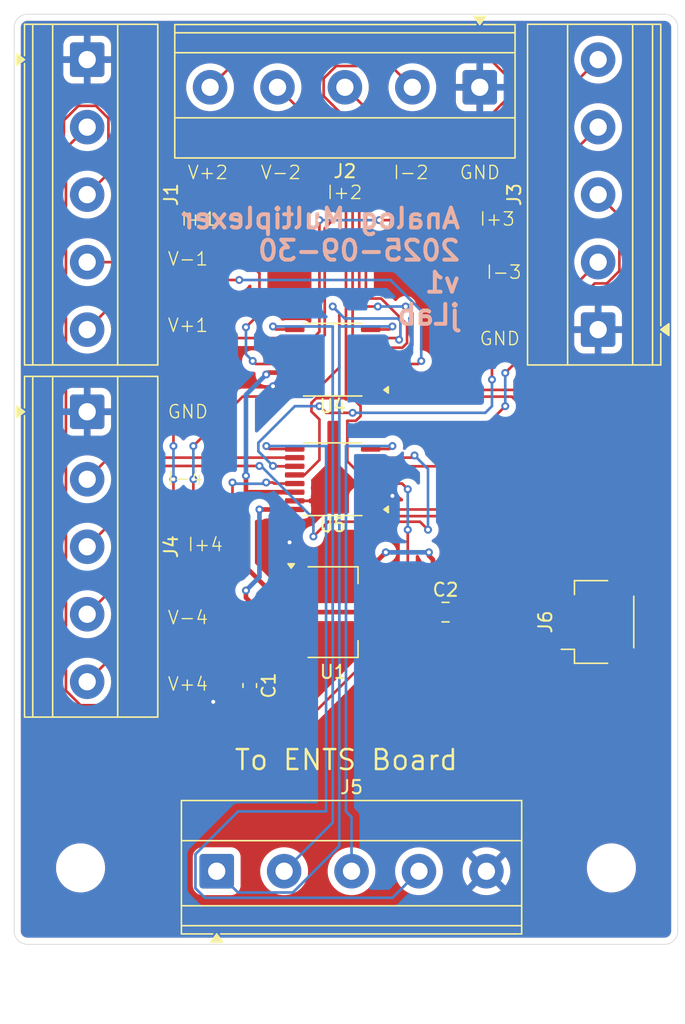
<source format=kicad_pcb>
(kicad_pcb (version 20241229) (generator "pcbnew") (generator_version "9.0")
  (title_block (title "Analog Multiplexer") (date "2025-09-30") (rev "v1") (company "jLab"))
  (layers (0 "F.Cu" signal) (2 "B.Cu" signal) (13 "F.Paste" user) (15 "B.Paste" user) (5 "F.SilkS" user "F.Silkscreen") (7 "B.SilkS" user "B.Silkscreen") (1 "F.Mask" user) (3 "B.Mask" user) (25 "Edge.Cuts" user))
  (net 0 "")
  (net 1 "/I+1")
  (net 2 "/V+1")
  (net 3 "GND")
  (net 4 "/V-1")
  (net 5 "/I-1")
  (net 6 "/V+2")
  (net 7 "/I-2")
  (net 8 "/V-2")
  (net 9 "/I+2")
  (net 10 "/I-3")
  (net 11 "/V-3")
  (net 12 "/V+3")
  (net 13 "/I+3")
  (net 14 "/I+4")
  (net 15 "/V-4")
  (net 16 "/V+4")
  (net 17 "/I-4")
  (net 18 "/V-OUT")
  (net 19 "/I+OUT")
  (net 20 "/V+OUT")
  (net 21 "/I-OUT")
  (net 22 "/SDA-2")
  (net 23 "/SDA-1")
  (net 24 "/SCL-1")
  (net 25 "/SCL-2")
  (net 26 "+3V3")
  (net 27 "VCC")
  (footprint "Package_SO:TSSOP-16_4.4x5mm_P0.65mm" (layer "F.Cu") (at 36 38 180)
    (property "Reference" "U4" (at 0 -3.5 0) (layer "F.SilkS"))
    (property "Value" "ADG729")
    (fp_line (start 0 2.735) (end 2.2 2.735) (stroke (width 0.12)) (layer "F.SilkS"))
    (fp_line (start 0 2.735) (end -2.2 2.735) (stroke (width 0.12)) (layer "F.SilkS"))
    (fp_line (start 0 -2.735) (end 2.2 -2.735) (stroke (width 0.12)) (layer "F.SilkS"))
    (fp_line (start 0 -2.735) (end -2.2 -2.735) (stroke (width 0.12)) (layer "F.SilkS"))
    (fp_poly (pts (xy -3.86 -2.275) (xy -4.19 -2.035) (xy -4.19 -2.515)) (stroke (width 0.12)) (fill yes) (layer "F.SilkS"))
    (pad "1" smd roundrect (at -2.8625 -2.275 180) (size 1.475 0.4) (layers "F.Cu" "F.Mask" "F.Paste") (net 24 "/SCL-1"))
    (pad "2" smd roundrect (at -2.8625 -1.625 180) (size 1.475 0.4) (layers "F.Cu" "F.Mask" "F.Paste") (net 3 "GND"))
    (pad "3" smd roundrect (at -2.8625 -0.975 180) (size 1.475 0.4) (layers "F.Cu" "F.Mask" "F.Paste") (net 23 "/SDA-1"))
    (pad "4" smd roundrect (at -2.8625 -0.325 180) (size 1.475 0.4) (layers "F.Cu" "F.Mask" "F.Paste") (net 2 "/V+1"))
    (pad "5" smd roundrect (at -2.8625 0.325 180) (size 1.475 0.4) (layers "F.Cu" "F.Mask" "F.Paste") (net 6 "/V+2"))
    (pad "6" smd roundrect (at -2.8625 0.975 180) (size 1.475 0.4) (layers "F.Cu" "F.Mask" "F.Paste") (net 12 "/V+3"))
    (pad "7" smd roundrect (at -2.8625 1.625 180) (size 1.475 0.4) (layers "F.Cu" "F.Mask" "F.Paste") (net 16 "/V+4"))
    (pad "8" smd roundrect (at -2.8625 2.275 180) (size 1.475 0.4) (layers "F.Cu" "F.Mask" "F.Paste") (net 20 "/V+OUT"))
    (pad "9" smd roundrect (at 2.8625 2.275 180) (size 1.475 0.4) (layers "F.Cu" "F.Mask" "F.Paste") (net 18 "/V-OUT"))
    (pad "10" smd roundrect (at 2.8625 1.625 180) (size 1.475 0.4) (layers "F.Cu" "F.Mask" "F.Paste") (net 15 "/V-4"))
    (pad "11" smd roundrect (at 2.8625 0.975 180) (size 1.475 0.4) (layers "F.Cu" "F.Mask" "F.Paste") (net 11 "/V-3"))
    (pad "12" smd roundrect (at 2.8625 0.325 180) (size 1.475 0.4) (layers "F.Cu" "F.Mask" "F.Paste") (net 8 "/V-2"))
    (pad "13" smd roundrect (at 2.8625 -0.325 180) (size 1.475 0.4) (layers "F.Cu" "F.Mask" "F.Paste") (net 4 "/V-1"))
    (pad "14" smd roundrect (at 2.8625 -0.975 180) (size 1.475 0.4) (layers "F.Cu" "F.Mask" "F.Paste") (net 26 "+3V3"))
    (pad "15" smd roundrect (at 2.8625 -1.625 180) (size 1.475 0.4) (layers "F.Cu" "F.Mask" "F.Paste") (net 3 "GND"))
    (pad "16" smd roundrect (at 2.8625 -2.275 180) (size 1.475 0.4) (layers "F.Cu" "F.Mask" "F.Paste") (net 3 "GND"))
  )
  (footprint "TerminalBlock_Phoenix:TerminalBlock_Phoenix_MKDS-1,5-5-5.08_1x05_P5.08mm_Horizontal" (layer "F.Cu") (at 47.08 17.5 180)
    (property "Reference" "J2" (at 10.16 -6.32 0) (layer "F.SilkS"))
    (property "Value" "Conn_01x05_Socket")
    (fp_line (start 22.98 4.72) (end 0.3 4.72) (stroke (width 0.12)) (layer "F.SilkS"))
    (fp_line (start 22.98 -5.32) (end 22.98 4.72) (stroke (width 0.12)) (layer "F.SilkS"))
    (fp_line (start -0.3 4.72) (end -2.66 4.72) (stroke (width 0.12)) (layer "F.SilkS"))
    (fp_line (start -2.66 4.72) (end -2.66 -5.32) (stroke (width 0.12)) (layer "F.SilkS"))
    (fp_line (start -2.66 4.1) (end 22.98 4.1) (stroke (width 0.12)) (layer "F.SilkS"))
    (fp_line (start -2.66 2.6) (end 22.98 2.6) (stroke (width 0.12)) (layer "F.SilkS"))
    (fp_line (start -2.66 -2.3) (end 22.98 -2.3) (stroke (width 0.12)) (layer "F.SilkS"))
    (fp_line (start -2.66 -5.32) (end 22.98 -5.32) (stroke (width 0.12)) (layer "F.SilkS"))
    (fp_poly (pts (xy 0 4.72) (xy 0.44 5.33) (xy -0.44 5.33)) (stroke (width 0.12)) (fill yes) (layer "F.SilkS"))
    (pad "1" thru_hole roundrect (at 0 0 180) (size 2.6 2.6) (drill 1.3) (layers "*.Cu" "*.Mask") (roundrect_rratio 0.096154) (net 3 "GND"))
    (pad "2" thru_hole circle (at 5.08 0 180) (size 2.6 2.6) (drill 1.3) (layers "*.Cu" "*.Mask") (net 7 "/I-2"))
    (pad "3" thru_hole circle (at 10.16 0 180) (size 2.6 2.6) (drill 1.3) (layers "*.Cu" "*.Mask") (net 9 "/I+2"))
    (pad "4" thru_hole circle (at 15.24 0 180) (size 2.6 2.6) (drill 1.3) (layers "*.Cu" "*.Mask") (net 8 "/V-2"))
    (pad "5" thru_hole circle (at 20.32 0 180) (size 2.6 2.6) (drill 1.3) (layers "*.Cu" "*.Mask") (net 6 "/V+2"))
  )
  (footprint "TerminalBlock_Phoenix:TerminalBlock_Phoenix_MKDS-1,5-5-5.08_1x05_P5.08mm_Horizontal" (layer "F.Cu") (at 17.5 15.42 -90)
    (property "Reference" "J1" (at 10.16 -6.32 90) (layer "F.SilkS"))
    (property "Value" "Conn_01x05_Socket")
    (fp_line (start -2.66 4.72) (end -2.66 -5.32) (stroke (width 0.12)) (layer "F.SilkS"))
    (fp_line (start -0.3 4.72) (end -2.66 4.72) (stroke (width 0.12)) (layer "F.SilkS"))
    (fp_line (start 22.98 4.72) (end 0.3 4.72) (stroke (width 0.12)) (layer "F.SilkS"))
    (fp_line (start -2.66 4.1) (end 22.98 4.1) (stroke (width 0.12)) (layer "F.SilkS"))
    (fp_line (start -2.66 2.6) (end 22.98 2.6) (stroke (width 0.12)) (layer "F.SilkS"))
    (fp_line (start -2.66 -2.3) (end 22.98 -2.3) (stroke (width 0.12)) (layer "F.SilkS"))
    (fp_line (start -2.66 -5.32) (end 22.98 -5.32) (stroke (width 0.12)) (layer "F.SilkS"))
    (fp_line (start 22.98 -5.32) (end 22.98 4.72) (stroke (width 0.12)) (layer "F.SilkS"))
    (fp_poly (pts (xy 0 4.72) (xy 0.44 5.33) (xy -0.44 5.33)) (stroke (width 0.12)) (fill yes) (layer "F.SilkS"))
    (pad "1" thru_hole roundrect (at 0 0 270) (size 2.6 2.6) (drill 1.3) (layers "*.Cu" "*.Mask") (roundrect_rratio 0.096154) (net 3 "GND"))
    (pad "2" thru_hole circle (at 5.08 0 270) (size 2.6 2.6) (drill 1.3) (layers "*.Cu" "*.Mask") (net 5 "/I-1"))
    (pad "3" thru_hole circle (at 10.16 0 270) (size 2.6 2.6) (drill 1.3) (layers "*.Cu" "*.Mask") (net 1 "/I+1"))
    (pad "4" thru_hole circle (at 15.24 0 270) (size 2.6 2.6) (drill 1.3) (layers "*.Cu" "*.Mask") (net 4 "/V-1"))
    (pad "5" thru_hole circle (at 20.32 0 270) (size 2.6 2.6) (drill 1.3) (layers "*.Cu" "*.Mask") (net 2 "/V+1"))
  )
  (footprint "TerminalBlock_Phoenix:TerminalBlock_Phoenix_MKDS-1,5-5-5.08_1x05_P5.08mm_Horizontal" (layer "F.Cu") (at 56 35.74 90)
    (property "Reference" "J3" (at 10.16 -6.32 90) (layer "F.SilkS"))
    (property "Value" "Conn_01x05_Socket")
    (fp_line (start 22.98 -5.32) (end 22.98 4.72) (stroke (width 0.12)) (layer "F.SilkS"))
    (fp_line (start -2.66 -5.32) (end 22.98 -5.32) (stroke (width 0.12)) (layer "F.SilkS"))
    (fp_line (start -2.66 -2.3) (end 22.98 -2.3) (stroke (width 0.12)) (layer "F.SilkS"))
    (fp_line (start -2.66 2.6) (end 22.98 2.6) (stroke (width 0.12)) (layer "F.SilkS"))
    (fp_line (start -2.66 4.1) (end 22.98 4.1) (stroke (width 0.12)) (layer "F.SilkS"))
    (fp_line (start 22.98 4.72) (end 0.3 4.72) (stroke (width 0.12)) (layer "F.SilkS"))
    (fp_line (start -0.3 4.72) (end -2.66 4.72) (stroke (width 0.12)) (layer "F.SilkS"))
    (fp_line (start -2.66 4.72) (end -2.66 -5.32) (stroke (width 0.12)) (layer "F.SilkS"))
    (fp_poly (pts (xy 0 4.72) (xy 0.44 5.33) (xy -0.44 5.33)) (stroke (width 0.12)) (fill yes) (layer "F.SilkS"))
    (pad "1" thru_hole roundrect (at 0 0 90) (size 2.6 2.6) (drill 1.3) (layers "*.Cu" "*.Mask") (roundrect_rratio 0.096154) (net 3 "GND"))
    (pad "2" thru_hole circle (at 5.08 0 90) (size 2.6 2.6) (drill 1.3) (layers "*.Cu" "*.Mask") (net 10 "/I-3"))
    (pad "3" thru_hole circle (at 10.16 0 90) (size 2.6 2.6) (drill 1.3) (layers "*.Cu" "*.Mask") (net 13 "/I+3"))
    (pad "4" thru_hole circle (at 15.24 0 90) (size 2.6 2.6) (drill 1.3) (layers "*.Cu" "*.Mask") (net 11 "/V-3"))
    (pad "5" thru_hole circle (at 20.32 0 90) (size 2.6 2.6) (drill 1.3) (layers "*.Cu" "*.Mask") (net 12 "/V+3"))
  )
  (footprint "MountingHole:MountingHole_3.2mm_M3_ISO7380" (layer "F.Cu") (at 17 76.25)
    (property "Reference" "H1" (hide yes))
    (property "Value" "MountingHole")
    (pad "" np_thru_hole circle (at 0 0) (size 3.2 3.2) (drill 3.2) (layers "*.Cu" "*.Mask"))
  )
  (footprint "Package_TO_SOT_SMD:SOT-223-3_TabPin2" (layer "F.Cu") (at 36 57)
    (property "Reference" "U1" (at 0.03 4.5 0) (layer "F.SilkS"))
    (property "Value" "TLV1117-33")
    (fp_line (start -1.85 -3.41) (end 1.91 -3.41) (stroke (width 0.12)) (layer "F.SilkS"))
    (fp_line (start -1.85 3.41) (end 1.91 3.41) (stroke (width 0.12)) (layer "F.SilkS"))
    (fp_line (start 1.91 -3.41) (end 1.91 -2.15) (stroke (width 0.12)) (layer "F.SilkS"))
    (fp_line (start 1.91 3.41) (end 1.91 2.15) (stroke (width 0.12)) (layer "F.SilkS"))
    (fp_poly (pts (xy -3.13 -3.31) (xy -3.37 -3.64) (xy -2.89 -3.64) (xy -3.13 -3.31)) (stroke (width 0.12)) (fill yes) (layer "F.SilkS"))
    (pad "1" smd roundrect (at -3.15 -2.3) (size 2 1.5) (layers "F.Cu" "F.Mask" "F.Paste") (net 3 "GND"))
    (pad "2" smd roundrect (at -3.15 0) (size 2 1.5) (layers "F.Cu" "F.Mask" "F.Paste") (net 26 "+3V3"))
    (pad "2" smd roundrect (at 3.15 0) (size 2 3.8) (layers "F.Cu" "F.Mask" "F.Paste") (net 26 "+3V3"))
    (pad "3" smd roundrect (at -3.15 2.3) (size 2 1.5) (layers "F.Cu" "F.Mask" "F.Paste") (net 27 "VCC"))
  )
  (footprint "TerminalBlock_Phoenix:TerminalBlock_Phoenix_MKDS-1,5-5-5.08_1x05_P5.08mm_Horizontal" (layer "F.Cu") (at 17.5 41.92 -90)
    (property "Reference" "J4" (at 10.16 -6.32 90) (layer "F.SilkS"))
    (property "Value" "Conn_01x05_Socket")
    (fp_line (start -2.66 4.72) (end -2.66 -5.32) (stroke (width 0.12)) (layer "F.SilkS"))
    (fp_line (start -0.3 4.72) (end -2.66 4.72) (stroke (width 0.12)) (layer "F.SilkS"))
    (fp_line (start 22.98 4.72) (end 0.3 4.72) (stroke (width 0.12)) (layer "F.SilkS"))
    (fp_line (start -2.66 4.1) (end 22.98 4.1) (stroke (width 0.12)) (layer "F.SilkS"))
    (fp_line (start -2.66 2.6) (end 22.98 2.6) (stroke (width 0.12)) (layer "F.SilkS"))
    (fp_line (start -2.66 -2.3) (end 22.98 -2.3) (stroke (width 0.12)) (layer "F.SilkS"))
    (fp_line (start -2.66 -5.32) (end 22.98 -5.32) (stroke (width 0.12)) (layer "F.SilkS"))
    (fp_line (start 22.98 -5.32) (end 22.98 4.72) (stroke (width 0.12)) (layer "F.SilkS"))
    (fp_poly (pts (xy 0 4.72) (xy 0.44 5.33) (xy -0.44 5.33)) (stroke (width 0.12)) (fill yes) (layer "F.SilkS"))
    (pad "1" thru_hole roundrect (at 0 0 270) (size 2.6 2.6) (drill 1.3) (layers "*.Cu" "*.Mask") (roundrect_rratio 0.096154) (net 3 "GND"))
    (pad "2" thru_hole circle (at 5.08 0 270) (size 2.6 2.6) (drill 1.3) (layers "*.Cu" "*.Mask") (net 17 "/I-4"))
    (pad "3" thru_hole circle (at 10.16 0 270) (size 2.6 2.6) (drill 1.3) (layers "*.Cu" "*.Mask") (net 14 "/I+4"))
    (pad "4" thru_hole circle (at 15.24 0 270) (size 2.6 2.6) (drill 1.3) (layers "*.Cu" "*.Mask") (net 15 "/V-4"))
    (pad "5" thru_hole circle (at 20.32 0 270) (size 2.6 2.6) (drill 1.3) (layers "*.Cu" "*.Mask") (net 16 "/V+4"))
  )
  (footprint "TerminalBlock_Phoenix:TerminalBlock_Phoenix_MKDS-1,5-5-5.08_1x05_P5.08mm_Horizontal" (layer "F.Cu") (at 27.26 76.5)
    (property "Reference" "J5" (at 10.16 -6.32 0) (layer "F.SilkS"))
    (property "Value" "Conn_01x05_Socket")
    (fp_line (start -2.66 -5.32) (end 22.98 -5.32) (stroke (width 0.12)) (layer "F.SilkS"))
    (fp_line (start -2.66 -2.3) (end 22.98 -2.3) (stroke (width 0.12)) (layer "F.SilkS"))
    (fp_line (start -2.66 2.6) (end 22.98 2.6) (stroke (width 0.12)) (layer "F.SilkS"))
    (fp_line (start -2.66 4.1) (end 22.98 4.1) (stroke (width 0.12)) (layer "F.SilkS"))
    (fp_line (start -2.66 4.72) (end -2.66 -5.32) (stroke (width 0.12)) (layer "F.SilkS"))
    (fp_line (start -0.3 4.72) (end -2.66 4.72) (stroke (width 0.12)) (layer "F.SilkS"))
    (fp_line (start 22.98 -5.32) (end 22.98 4.72) (stroke (width 0.12)) (layer "F.SilkS"))
    (fp_line (start 22.98 4.72) (end 0.3 4.72) (stroke (width 0.12)) (layer "F.SilkS"))
    (fp_poly (pts (xy 0 4.72) (xy 0.44 5.33) (xy -0.44 5.33)) (stroke (width 0.12)) (fill yes) (layer "F.SilkS"))
    (pad "1" thru_hole roundrect (at 0 0) (size 2.6 2.6) (drill 1.3) (layers "*.Cu" "*.Mask") (roundrect_rratio 0.096154) (net 20 "/V+OUT"))
    (pad "2" thru_hole circle (at 5.08 0) (size 2.6 2.6) (drill 1.3) (layers "*.Cu" "*.Mask") (net 18 "/V-OUT"))
    (pad "3" thru_hole circle (at 10.16 0) (size 2.6 2.6) (drill 1.3) (layers "*.Cu" "*.Mask") (net 19 "/I+OUT"))
    (pad "4" thru_hole circle (at 15.24 0) (size 2.6 2.6) (drill 1.3) (layers "*.Cu" "*.Mask") (net 21 "/I-OUT"))
    (pad "5" thru_hole circle (at 20.32 0) (size 2.6 2.6) (drill 1.3) (layers "*.Cu" "*.Mask") (net 3 "GND"))
  )
  (footprint "Package_SO:TSSOP-16_4.4x5mm_P0.65mm" (layer "F.Cu") (at 36 47 180)
    (property "Reference" "U5" (at 0 -3.45 0) (layer "F.SilkS"))
    (property "Value" "ADG729")
    (fp_line (start 0 2.735) (end 2.2 2.735) (stroke (width 0.12)) (layer "F.SilkS"))
    (fp_line (start 0 2.735) (end -2.2 2.735) (stroke (width 0.12)) (layer "F.SilkS"))
    (fp_line (start 0 -2.735) (end 2.2 -2.735) (stroke (width 0.12)) (layer "F.SilkS"))
    (fp_line (start 0 -2.735) (end -2.2 -2.735) (stroke (width 0.12)) (layer "F.SilkS"))
    (fp_poly (pts (xy -3.86 -2.275) (xy -4.19 -2.035) (xy -4.19 -2.515)) (stroke (width 0.12)) (fill yes) (layer "F.SilkS"))
    (pad "1" smd roundrect (at -2.8625 -2.275 180) (size 1.475 0.4) (layers "F.Cu" "F.Mask" "F.Paste") (net 25 "/SCL-2"))
    (pad "2" smd roundrect (at -2.8625 -1.625 180) (size 1.475 0.4) (layers "F.Cu" "F.Mask" "F.Paste") (net 3 "GND"))
    (pad "3" smd roundrect (at -2.8625 -0.975 180) (size 1.475 0.4) (layers "F.Cu" "F.Mask" "F.Paste") (net 22 "/SDA-2"))
    (pad "4" smd roundrect (at -2.8625 -0.325 180) (size 1.475 0.4) (layers "F.Cu" "F.Mask" "F.Paste") (net 1 "/I+1"))
    (pad "5" smd roundrect (at -2.8625 0.325 180) (size 1.475 0.4) (layers "F.Cu" "F.Mask" "F.Paste") (net 9 "/I+2"))
    (pad "6" smd roundrect (at -2.8625 0.975 180) (size 1.475 0.4) (layers "F.Cu" "F.Mask" "F.Paste") (net 13 "/I+3"))
    (pad "7" smd roundrect (at -2.8625 1.625 180) (size 1.475 0.4) (layers "F.Cu" "F.Mask" "F.Paste") (net 14 "/I+4"))
    (pad "8" smd roundrect (at -2.8625 2.275 180) (size 1.475 0.4) (layers "F.Cu" "F.Mask" "F.Paste") (net 19 "/I+OUT"))
    (pad "9" smd roundrect (at 2.8625 2.275 180) (size 1.475 0.4) (layers "F.Cu" "F.Mask" "F.Paste") (net 21 "/I-OUT"))
    (pad "10" smd roundrect (at 2.8625 1.625 180) (size 1.475 0.4) (layers "F.Cu" "F.Mask" "F.Paste") (net 17 "/I-4"))
    (pad "11" smd roundrect (at 2.8625 0.975 180) (size 1.475 0.4) (layers "F.Cu" "F.Mask" "F.Paste") (net 10 "/I-3"))
    (pad "12" smd roundrect (at 2.8625 0.325 180) (size 1.475 0.4) (layers "F.Cu" "F.Mask" "F.Paste") (net 7 "/I-2"))
    (pad "13" smd roundrect (at 2.8625 -0.325 180) (size 1.475 0.4) (layers "F.Cu" "F.Mask" "F.Paste") (net 5 "/I-1"))
    (pad "14" smd roundrect (at 2.8625 -0.975 180) (size 1.475 0.4) (layers "F.Cu" "F.Mask" "F.Paste") (net 26 "+3V3"))
    (pad "15" smd roundrect (at 2.8625 -1.625 180) (size 1.475 0.4) (layers "F.Cu" "F.Mask" "F.Paste") (net 3 "GND"))
    (pad "16" smd roundrect (at 2.8625 -2.275 180) (size 1.475 0.4) (layers "F.Cu" "F.Mask" "F.Paste") (net 27 "VCC"))
  )
  (footprint "Capacitor_SMD:C_0603_1608Metric" (layer "F.Cu") (at 29.75 62.525 -90)
    (property "Reference" "C1" (at 0 -1.43 90) (layer "F.SilkS"))
    (property "Value" "10uF")
    (fp_line (start -0.14058 0.51) (end 0.14058 0.51) (stroke (width 0.12)) (layer "F.SilkS"))
    (fp_line (start -0.14058 -0.51) (end 0.14058 -0.51) (stroke (width 0.12)) (layer "F.SilkS"))
    (pad "1" smd roundrect (at -0.775 0 270) (size 0.9 0.95) (layers "F.Cu" "F.Mask" "F.Paste") (net 27 "VCC"))
    (pad "2" smd roundrect (at 0.775 0 270) (size 0.9 0.95) (layers "F.Cu" "F.Mask" "F.Paste") (net 3 "GND"))
  )
  (footprint "Capacitor_SMD:C_0805_2012Metric" (layer "F.Cu") (at 44.5 57)
    (property "Reference" "C2" (at 0 -1.68 0) (layer "F.SilkS"))
    (property "Value" "100uF")
    (fp_line (start -0.261252 -0.735) (end 0.261252 -0.735) (stroke (width 0.12)) (layer "F.SilkS"))
    (fp_line (start -0.261252 0.735) (end 0.261252 0.735) (stroke (width 0.12)) (layer "F.SilkS"))
    (pad "1" smd roundrect (at -0.95 0) (size 1 1.45) (layers "F.Cu" "F.Mask" "F.Paste") (net 26 "+3V3"))
    (pad "2" smd roundrect (at 0.95 0) (size 1 1.45) (layers "F.Cu" "F.Mask" "F.Paste") (net 3 "GND"))
  )
  (footprint "MountingHole:MountingHole_3.2mm_M3_ISO7380" (layer "F.Cu") (at 57 76.25)
    (property "Reference" "H2" (hide yes))
    (property "Value" "MountingHole")
    (pad "" np_thru_hole circle (at 0 0) (size 3.2 3.2) (drill 3.2) (layers "*.Cu" "*.Mask"))
  )
  (footprint "Connector_JST:JST_SH_SM04B-SRSS-TB_1x04-1MP_P1.00mm_Horizontal" (layer "F.Cu") (at 56 57.74 90)
    (property "Reference" "J6" (at 0 -3.98 90) (layer "F.SilkS"))
    (property "Value" "Conn_01x04_Socket")
    (fp_line (start 3.11 -1.785) (end 2.06 -1.785) (stroke (width 0.12)) (layer "F.SilkS"))
    (fp_line (start -2.06 -1.785) (end -2.06 -2.775) (stroke (width 0.12)) (layer "F.SilkS"))
    (fp_line (start -3.11 -1.785) (end -2.06 -1.785) (stroke (width 0.12)) (layer "F.SilkS"))
    (fp_line (start 3.11 0.715) (end 3.11 -1.785) (stroke (width 0.12)) (layer "F.SilkS"))
    (fp_line (start -3.11 0.715) (end -3.11 -1.785) (stroke (width 0.12)) (layer "F.SilkS"))
    (fp_line (start -1.94 2.685) (end 1.94 2.685) (stroke (width 0.12)) (layer "F.SilkS"))
    (pad "1" smd roundrect (at -1.5 -2 90) (size 0.6 1.55) (layers "F.Cu" "F.Mask" "F.Paste") (net 22 "/SDA-2"))
    (pad "2" smd roundrect (at -0.5 -2 90) (size 0.6 1.55) (layers "F.Cu" "F.Mask" "F.Paste") (net 25 "/SCL-2"))
    (pad "3" smd roundrect (at 0.5 -2 90) (size 0.6 1.55) (layers "F.Cu" "F.Mask" "F.Paste") (net 23 "/SDA-1"))
    (pad "4" smd roundrect (at 1.5 -2 90) (size 0.6 1.55) (layers "F.Cu" "F.Mask" "F.Paste") (net 24 "/SCL-1"))
    (pad "MP" smd roundrect (at -2.8 1.875 90) (size 1.2 1.8) (layers "F.Cu" "F.Mask" "F.Paste") (roundrect_rratio 0.208333))
    (pad "MP" smd roundrect (at 2.8 1.875 90) (size 1.2 1.8) (layers "F.Cu" "F.Mask" "F.Paste") (roundrect_rratio 0.208333))
  )
  (gr_line (start 12 81) (end 12 13) (stroke (width 0.05)) (layer "Edge.Cuts"))
  (gr_arc (start 13 82) (mid 12.292893 81.707107) (end 12 81) (stroke (width 0.05)) (layer "Edge.Cuts"))
  (gr_line (start 61 82) (end 13 82) (stroke (width 0.05)) (layer "Edge.Cuts"))
  (gr_arc (start 61 12) (mid 61.707107 12.292893) (end 62 13) (stroke (width 0.05)) (layer "Edge.Cuts"))
  (gr_line (start 13 12) (end 61 12) (stroke (width 0.05)) (layer "Edge.Cuts"))
  (gr_line (start 62 13) (end 62 81) (stroke (width 0.05)) (layer "Edge.Cuts"))
  (gr_arc (start 12 13) (mid 12.292893 12.292893) (end 13 12) (stroke (width 0.05)) (layer "Edge.Cuts"))
  (gr_arc (start 62 81) (mid 61.707107 81.707107) (end 61 82) (stroke (width 0.05)) (layer "Edge.Cuts"))
  (gr_text "I+4\n" (at 25 52.5 0) (layer "F.SilkS") (effects (font (size 1 1) (thickness 0.1)) (justify left bottom)))
  (gr_text "To ENTS Board" (at 28.5 69 0) (layer "F.SilkS") (effects (font (size 1.5 1.5) (thickness 0.1875)) (justify left bottom)))
  (gr_text "GND" (at 47 37 0) (layer "F.SilkS") (effects (font (size 1 1) (thickness 0.1)) (justify left bottom)))
  (gr_text "V-2" (at 30.5 24.5 0) (layer "F.SilkS") (effects (font (size 1 1) (thickness 0.1)) (justify left bottom)))
  (gr_text "I+2" (at 35.5 26 0) (layer "F.SilkS") (effects (font (size 1 1) (thickness 0.1)) (justify left bottom)))
  (gr_text "I-3" (at 47.5 32 0) (layer "F.SilkS") (effects (font (size 1 1) (thickness 0.1)) (justify left bottom)))
  (gr_text "V+1" (at 23.5 36 0) (layer "F.SilkS") (effects (font (size 1 1) (thickness 0.1)) (justify left bottom)))
  (gr_text "I-4" (at 23.5 47.5 0) (layer "F.SilkS") (effects (font (size 1 1) (thickness 0.1)) (justify left bottom)))
  (gr_text "I+3" (at 47 28 0) (layer "F.SilkS") (effects (font (size 1 1) (thickness 0.1)) (justify left bottom)))
  (gr_text "V-1" (at 23.5 31 0) (layer "F.SilkS") (effects (font (size 1 1) (thickness 0.1)) (justify left bottom)))
  (gr_text "V+2" (at 25 24.5 0) (layer "F.SilkS") (effects (font (size 1 1) (thickness 0.1)) (justify left bottom)))
  (gr_text "GND" (at 45.5 24.5 0) (layer "F.SilkS") (effects (font (size 1 1) (thickness 0.1)) (justify left bottom)))
  (gr_text "GND" (at 23.5 42.5 0) (layer "F.SilkS") (effects (font (size 1 1) (thickness 0.1)) (justify left bottom)))
  (gr_text "V+4" (at 23.5 63 0) (layer "F.SilkS") (effects (font (size 1 1) (thickness 0.1)) (justify left bottom)))
  (gr_text "I+1" (at 24.5 28 0) (layer "F.SilkS") (effects (font (size 1 1) (thickness 0.1)) (justify left bottom)))
  (gr_text "V-4" (at 23.5 58 0) (layer "F.SilkS") (effects (font (size 1 1) (thickness 0.1)) (justify left bottom)))
  (gr_text "I-2\n" (at 40.5 24.5 0) (layer "F.SilkS") (effects (font (size 1 1) (thickness 0.1)) (justify left bottom)))
  (gr_text "${TITLE}\n${ISSUE_DATE}\n${REVISION}\n${COMPANY}" (at 45.75 35.5 0) (layer "B.SilkS") (effects (font (size 1.5 1.5) (thickness 0.3) (bold yes)) (justify left bottom mirror)))
  (segment (start 16.836844 18.899) (end 15.748 19.987844) (width 0.2) (layer "F.Cu") (net 1))
  (segment (start 41.656 57.534058) (end 41.656 50.8) (width 0.2) (layer "F.Cu") (net 1))
  (segment (start 17.5 25.58) (end 17.828 25.908) (width 0.2) (layer "F.Cu") (net 1))
  (segment (start 19.101 23.979) (end 19.101 19.836844) (width 0.2) (layer "F.Cu") (net 1))
  (segment (start 33.440058 65.75) (end 41.656 57.534058) (width 0.2) (layer "F.Cu") (net 1))
  (segment (start 15.498 63.758) (end 17.49 65.75) (width 0.2) (layer "F.Cu") (net 1))
  (segment (start 15.748 21.336) (end 15.498 21.586) (width 0.2) (layer "F.Cu") (net 1))
  (segment (start 17.49 65.75) (end 33.440058 65.75) (width 0.2) (layer "F.Cu") (net 1))
  (segment (start 17.5 25.58) (end 19.101 23.979) (width 0.2) (layer "F.Cu") (net 1))
  (segment (start 41.656 47.752) (end 41.229 47.325) (width 0.2) (layer "F.Cu") (net 1))
  (segment (start 15.748 19.987844) (end 15.748 21.336) (width 0.2) (layer "F.Cu") (net 1))
  (segment (start 15.498 21.586) (end 15.498 63.758) (width 0.2) (layer "F.Cu") (net 1))
  (segment (start 18.163156 18.899) (end 16.836844 18.899) (width 0.2) (layer "F.Cu") (net 1))
  (segment (start 19.101 19.836844) (end 18.163156 18.899) (width 0.2) (layer "F.Cu") (net 1))
  (segment (start 41.229 47.325) (end 38.8625 47.325) (width 0.2) (layer "F.Cu") (net 1))
  (via (at 41.656 47.752) (size 0.6) (drill 0.3) (layers "F.Cu" "B.Cu") (net 1))
  (via (at 41.656 50.8) (size 0.6) (drill 0.3) (layers "F.Cu" "B.Cu") (net 1))
  (segment (start 41.656 50.8) (end 41.656 47.752) (width 0.2) (layer "B.Cu") (net 1))
  (segment (start 21.236 32.004) (end 28.956 32.004) (width 0.2) (layer "F.Cu") (net 2))
  (segment (start 17.5 35.74) (end 21.236 32.004) (width 0.2) (layer "F.Cu") (net 2))
  (segment (start 42.447 38.325) (end 38.8625 38.325) (width 0.2) (layer "F.Cu") (net 2))
  (segment (start 42.672 38.1) (end 42.447 38.325) (width 0.2) (layer "F.Cu") (net 2))
  (via (at 28.956 32.004) (size 0.6) (drill 0.3) (layers "F.Cu" "B.Cu") (net 2))
  (via (at 42.672 38.1) (size 0.6) (drill 0.3) (layers "F.Cu" "B.Cu") (net 2))
  (segment (start 42.672 34.322057) (end 42.672 38.1) (width 0.2) (layer "B.Cu") (net 2))
  (segment (start 40.353943 32.004) (end 42.672 34.322057) (width 0.2) (layer "B.Cu") (net 2))
  (segment (start 28.956 32.004) (end 40.353943 32.004) (width 0.2) (layer "B.Cu") (net 2))
  (segment (start 31.775 40.275) (end 31.5 40) (width 0.2) (layer "F.Cu") (net 3))
  (segment (start 34.875 48.625) (end 35 48.5) (width 0.2) (layer "F.Cu") (net 3))
  (segment (start 33.1375 40.275) (end 31.775 40.275) (width 0.2) (layer "F.Cu") (net 3))
  (segment (start 33.1375 39.625) (end 31.875 39.625) (width 0.2) (layer "F.Cu") (net 3))
  (segment (start 38.8625 48.625) (end 40.125 48.625) (width 0.2) (layer "F.Cu") (net 3))
  (segment (start 40.375 39.625) (end 40.5 39.5) (width 0.2) (layer "F.Cu") (net 3))
  (segment (start 31.875 39.625) (end 31.5 40) (width 0.2) (layer "F.Cu") (net 3))
  (segment (start 40.125 48.625) (end 40.5 48.25) (width 0.2) (layer "F.Cu") (net 3))
  (segment (start 38.8625 39.625) (end 40.375 39.625) (width 0.2) (layer "F.Cu") (net 3))
  (segment (start 33.1375 48.625) (end 34.875 48.625) (width 0.2) (layer "F.Cu") (net 3))
  (via (at 27 63.75) (size 0.6) (drill 0.3) (layers "F.Cu" "B.Cu") (net 3))
  (via (at 31.5 40) (size 0.6) (drill 0.3) (layers "F.Cu" "B.Cu") (net 3))
  (via (at 40.5 48.25) (size 0.6) (drill 0.3) (layers "F.Cu" "B.Cu") (net 3))
  (via (at 32.75 51.75) (size 0.6) (drill 0.3) (layers "F.Cu" "B.Cu") (net 3))
  (segment (start 17.5 30.66) (end 29.644 30.66) (width 0.2) (layer "F.Cu") (net 4))
  (segment (start 29.644 30.66) (end 30.48 31.496) (width 0.2) (layer "F.Cu") (net 4))
  (segment (start 29.972 38.1) (end 30.197 38.325) (width 0.2) (layer "F.Cu") (net 4))
  (segment (start 30.48 31.496) (end 30.48 34.544) (width 0.2) (layer "F.Cu") (net 4))
  (segment (start 30.48 34.544) (end 29.464 35.56) (width 0.2) (layer "F.Cu") (net 4))
  (segment (start 30.197 38.325) (end 33.1375 38.325) (width 0.2) (layer "F.Cu") (net 4))
  (via (at 29.972 38.1) (size 0.6) (drill 0.3) (layers "F.Cu" "B.Cu") (net 4))
  (via (at 29.464 35.56) (size 0.6) (drill 0.3) (layers "F.Cu" "B.Cu") (net 4))
  (segment (start 29.464 35.56) (end 29.464 37.592) (width 0.2) (layer "B.Cu") (net 4))
  (segment (start 29.464 37.592) (end 29.972 38.1) (width 0.2) (layer "B.Cu") (net 4))
  (segment (start 30.988 47.244) (end 31.496 47.244) (width 0.2) (layer "F.Cu") (net 5))
  (segment (start 31.577 47.325) (end 33.1375 47.325) (width 0.2) (layer "F.Cu") (net 5))
  (segment (start 17.003844 64.008) (end 23.876 64.008) (width 0.2) (layer "F.Cu") (net 5))
  (segment (start 15.899 62.903156) (end 17.003844 64.008) (width 0.2) (layer "F.Cu") (net 5))
  (segment (start 15.899 22.101) (end 15.899 62.903156) (width 0.2) (layer "F.Cu") (net 5))
  (segment (start 28.448 59.436) (end 28.448 47.244) (width 0.2) (layer "F.Cu") (net 5))
  (segment (start 17.5 20.5) (end 15.899 22.101) (width 0.2) (layer "F.Cu") (net 5))
  (segment (start 23.876 64.008) (end 28.448 59.436) (width 0.2) (layer "F.Cu") (net 5))
  (segment (start 31.496 47.244) (end 31.577 47.325) (width 0.2) (layer "F.Cu") (net 5))
  (via (at 28.448 47.244) (size 0.6) (drill 0.3) (layers "F.Cu" "B.Cu") (net 5))
  (via (at 30.988 47.244) (size 0.6) (drill 0.3) (layers "F.Cu" "B.Cu") (net 5))
  (segment (start 30.895 47.337) (end 30.988 47.244) (width 0.2) (layer "B.Cu") (net 5))
  (segment (start 28.448 47.244) (end 28.541 47.337) (width 0.2) (layer "B.Cu") (net 5))
  (segment (start 28.541 47.337) (end 30.895 47.337) (width 0.2) (layer "B.Cu") (net 5))
  (segment (start 41 24.4329) (end 41 25.5) (width 0.2) (layer "F.Cu") (net 6))
  (segment (start 49 16.53384) (end 49 18.5) (width 0.2) (layer "F.Cu") (net 6))
  (segment (start 40.5 26) (end 38 26) (width 0.2) (layer "F.Cu") (net 6))
  (segment (start 42.002 36.915043) (end 41.242043 37.675) (width 0.2) (layer "F.Cu") (net 6))
  (segment (start 28.601 15.899) (end 29.5 15) (width 0.2) (layer "F.Cu") (net 6))
  (segment (start 47.46616 15) (end 49 16.53384) (width 0.2) (layer "F.Cu") (net 6))
  (segment (start 42.002 34.502) (end 42.002 36.915043) (width 0.2) (layer "F.Cu") (net 6))
  (segment (start 38 26) (end 38 34) (width 0.2) (layer "F.Cu") (net 6))
  (segment (start 28.361 15.899) (end 28.601 15.899) (width 0.2) (layer "F.Cu") (net 6))
  (segment (start 41.242043 37.675) (end 38.8625 37.675) (width 0.2) (layer "F.Cu") (net 6))
  (segment (start 41 25.5) (end 40.5 26) (width 0.2) (layer "F.Cu") (net 6))
  (segment (start 41.5 34) (end 42.002 34.502) (width 0.2) (layer "F.Cu") (net 6))
  (segment (start 29.5 15) (end 47.46616 15) (width 0.2) (layer "F.Cu") (net 6))
  (segment (start 26.76 17.5) (end 28.361 15.899) (width 0.2) (layer "F.Cu") (net 6))
  (segment (start 38 34) (end 39.399 34) (width 0.2) (layer "F.Cu") (net 6))
  (segment (start 45.401 22.099) (end 43.3339 22.099) (width 0.2) (layer "F.Cu") (net 6))
  (segment (start 43.3339 22.099) (end 41 24.4329) (width 0.2) (layer "F.Cu") (net 6))
  (segment (start 49 18.5) (end 45.401 22.099) (width 0.2) (layer "F.Cu") (net 6))
  (via (at 41.5 34) (size 0.6) (drill 0.3) (layers "F.Cu" "B.Cu") (net 6))
  (via (at 39.399 34) (size 0.6) (drill 0.3) (layers "F.Cu" "B.Cu") (net 6))
  (segment (start 39.399 34) (end 41.5 34) (width 0.2) (layer "B.Cu") (net 6))
  (segment (start 36.256844 15.899) (end 35.319 16.836844) (width 0.2) (layer "F.Cu") (net 7))
  (segment (start 36.899 40.899) (end 34.751057 40.899) (width 0.2) (layer "F.Cu") (net 7))
  (segment (start 35.319 16.836844) (end 35.319 18.163156) (width 0.2) (layer "F.Cu") (net 7))
  (segment (start 34.399 41.899) (end 35 42.5) (width 0.2) (layer "F.Cu") (net 7))
  (segment (start 37 25.5) (end 37 41) (width 0.2) (layer "F.Cu") (net 7))
  (segment (start 34.751057 40.899) (end 34.399 41.251057) (width 0.2) (layer "F.Cu") (net 7))
  (segment (start 34.399 41.251057) (end 34.399 41.899) (width 0.2) (layer "F.Cu") (net 7))
  (segment (start 37 41) (end 36.899 40.899) (width 0.2) (layer "F.Cu") (net 7))
  (segment (start 35 45.549999) (end 33.874999 46.675) (width 0.2) (layer "F.Cu") (net 7))
  (segment (start 35 42.5) (end 35 45.549999) (width 0.2) (layer "F.Cu") (net 7))
  (segment (start 33.874999 46.675) (end 33.1375 46.675) (width 0.2) (layer "F.Cu") (net 7))
  (segment (start 42 17.5) (end 40.399 15.899) (width 0.2) (layer "F.Cu") (net 7))
  (segment (start 40.399 15.899) (end 36.256844 15.899) (width 0.2) (layer "F.Cu") (net 7))
  (segment (start 37 19.844156) (end 37 25.5) (width 0.2) (layer "F.Cu") (net 7))
  (segment (start 35.319 18.163156) (end 37 19.844156) (width 0.2) (layer "F.Cu") (net 7))
  (segment (start 42 17.5) (end 42 18) (width 0.2) (layer "F.Cu") (net 7))
  (segment (start 33.874999 37.675) (end 33.1375 37.675) (width 0.2) (layer "F.Cu") (net 8))
  (segment (start 36.349943 27) (end 36.5 27) (width 0.2) (layer "F.Cu") (net 8))
  (segment (start 35 20.66) (end 35 25.650057) (width 0.2) (layer "F.Cu") (net 8))
  (segment (start 35.399 28.101) (end 35.399 36.150999) (width 0.2) (layer "F.Cu") (net 8))
  (segment (start 36.5 27) (end 35.399 28.101) (width 0.2) (layer "F.Cu") (net 8))
  (segment (start 31.84 17.5) (end 35 20.66) (width 0.2) (layer "F.Cu") (net 8))
  (segment (start 35 25.650057) (end 36.349943 27) (width 0.2) (layer "F.Cu") (net 8))
  (segment (start 35.399 36.150999) (end 33.874999 37.675) (width 0.2) (layer "F.Cu") (net 8))
  (segment (start 39.5 25.5) (end 37.5 25.5) (width 0.2) (layer "F.Cu") (net 9))
  (segment (start 38.101 42.248943) (end 37.748943 42.601) (width 0.2) (layer "F.Cu") (net 9))
  (segment (start 38.101 41.5) (end 38.101 42.248943) (width 0.2) (layer "F.Cu") (net 9))
  (segment (start 37.5 39) (end 37.423 39.077) (width 0.2) (layer "F.Cu") (net 9))
  (segment (start 38.125001 46.675) (end 38.8625 46.675) (width 0.2) (layer "F.Cu") (net 9))
  (segment (start 37.423 40.822) (end 38.101 41.5) (width 0.2) (layer "F.Cu") (net 9))
  (segment (start 39.5 20.08) (end 39.5 25.5) (width 0.2) (layer "F.Cu") (net 9))
  (segment (start 36.92 17.5) (end 39.5 20.08) (width 0.2) (layer "F.Cu") (net 9))
  (segment (start 37.748943 42.601) (end 37.101 42.601) (width 0.2) (layer "F.Cu") (net 9))
  (segment (start 37.5 25.5) (end 37.5 39) (width 0.2) (layer "F.Cu") (net 9))
  (segment (start 37.101 45.650999) (end 38.125001 46.675) (width 0.2) (layer "F.Cu") (net 9))
  (segment (start 37.101 42.601) (end 37.101 45.650999) (width 0.2) (layer "F.Cu") (net 9))
  (segment (start 37.423 39.077) (end 37.423 40.822) (width 0.2) (layer "F.Cu") (net 9))
  (segment (start 35.5 42) (end 35 41.5) (width 0.2) (layer "F.Cu") (net 10))
  (segment (start 33.1375 46.025) (end 31.525 46.025) (width 0.2) (layer "F.Cu") (net 10))
  (segment (start 48 39.5) (end 48 39.874) (width 0.2) (layer "F.Cu") (net 10))
  (segment (start 31.525 46.025) (end 31.5 46) (width 0.2) (layer "F.Cu") (net 10))
  (segment (start 37.5 42) (end 35.5 42) (width 0.2) (layer "F.Cu") (net 10))
  (segment (start 48 38.66) (end 48 39.5) (width 0.2) (layer "F.Cu") (net 10))
  (segment (start 56 30.66) (end 48 38.66) (width 0.2) (layer "F.Cu") (net 10))
  (via (at 48 39.5) (size 0.6) (drill 0.3) (layers "F.Cu" "B.Cu") (net 10))
  (via (at 31.5 46) (size 0.6) (drill 0.3) (layers "F.Cu" "B.Cu") (net 10))
  (via (at 37.5 42) (size 0.6) (drill 0.3) (layers "F.Cu" "B.Cu") (net 10))
  (via (at 35 41.5) (size 0.6) (drill 0.3) (layers "F.Cu" "B.Cu") (net 10))
  (segment (start 48 40.5) (end 48 41.5) (width 0.2) (layer "B.Cu") (net 10))
  (segment (start 33.150057 41.5) (end 30.399 44.251057) (width 0.2) (layer "B.Cu") (net 10))
  (segment (start 48 39.5) (end 48 40.5) (width 0.2) (layer "B.Cu") (net 10))
  (segment (start 30.399 44.251057) (end 30.399 44.899) (width 0.2) (layer "B.Cu") (net 10))
  (segment (start 48 41.5) (end 47.5 42) (width 0.2) (layer "B.Cu") (net 10))
  (segment (start 35 41.5) (end 33.150057 41.5) (width 0.2) (layer "B.Cu") (net 10))
  (segment (start 30.399 44.899) (end 31.5 46) (width 0.2) (layer "B.Cu") (net 10))
  (segment (start 47.5 42) (end 37.5 42) (width 0.2) (layer "B.Cu") (net 10))
  (segment (start 49 27.5) (end 39.5 27.5) (width 0.2) (layer "F.Cu") (net 11))
  (segment (start 56 20.5) (end 49 27.5) (width 0.2) (layer "F.Cu") (net 11))
  (segment (start 35 27.5) (end 34.998 27.502) (width 0.2) (layer "F.Cu") (net 11))
  (segment (start 34.998 35.901999) (end 33.874999 37.025) (width 0.2) (layer "F.Cu") (net 11))
  (segment (start 34.998 27.502) (end 34.998 35.901999) (width 0.2) (layer "F.Cu") (net 11))
  (segment (start 33.874999 37.025) (end 33.1375 37.025) (width 0.2) (layer "F.Cu") (net 11))
  (via (at 39.5 27.5) (size 0.6) (drill 0.3) (layers "F.Cu" "B.Cu") (net 11))
  (via (at 35 27.5) (size 0.6) (drill 0.3) (layers "F.Cu" "B.Cu") (net 11))
  (segment (start 36 27.5) (end 35 27.5) (width 0.2) (layer "B.Cu") (net 11))
  (segment (start 39.5 27.5) (end 36 27.5) (width 0.2) (layer "B.Cu") (net 11))
  (segment (start 41.601 36.748943) (end 41.248943 37.101) (width 0.2) (layer "F.Cu") (net 12))
  (segment (start 56 15.42) (end 48.92 22.5) (width 0.2) (layer "F.Cu") (net 12))
  (segment (start 38.9385 37.101) (end 38.8625 37.025) (width 0.2) (layer "F.Cu") (net 12))
  (segment (start 38.601 33.399) (end 39.647943 33.399) (width 0.2) (layer "F.Cu") (net 12))
  (segment (start 39.647943 33.399) (end 41.601 35.352057) (width 0.2) (layer "F.Cu") (net 12))
  (segment (start 40.5671 26.5) (end 38.5 26.5) (width 0.2) (layer "F.Cu") (net 12))
  (segment (start 38.5 33.5) (end 38.601 33.399) (width 0.2) (layer "F.Cu") (net 12))
  (segment (start 41.601 35.352057) (end 41.601 36.748943) (width 0.2) (layer "F.Cu") (net 12))
  (segment (start 41.248943 37.101) (end 38.9385 37.101) (width 0.2) (layer "F.Cu") (net 12))
  (segment (start 43.5 23.5671) (end 40.5671 26.5) (width 0.2) (layer "F.Cu") (net 12))
  (segment (start 43.5 22.5) (end 43.5 23.5671) (width 0.2) (layer "F.Cu") (net 12))
  (segment (start 38.5 26.5) (end 38.5 33.5) (width 0.2) (layer "F.Cu") (net 12))
  (segment (start 48.92 22.5) (end 43.5 22.5) (width 0.2) (layer "F.Cu") (net 12))
  (segment (start 56 25.58) (end 57.601 27.181) (width 0.2) (layer "F.Cu") (net 13))
  (segment (start 44.475 46.025) (end 38.8625 46.025) (width 0.2) (layer "F.Cu") (net 13))
  (segment (start 55.739 32.261) (end 49 39) (width 0.2) (layer "F.Cu") (net 13))
  (segment (start 57.601 31.323156) (end 56.663156 32.261) (width 0.2) (layer "F.Cu") (net 13))
  (segment (start 49 41.5) (end 44.475 46.025) (width 0.2) (layer "F.Cu") (net 13))
  (segment (start 57.601 27.181) (end 57.601 31.323156) (width 0.2) (layer "F.Cu") (net 13))
  (segment (start 56.663156 32.261) (end 55.739 32.261) (width 0.2) (layer "F.Cu") (net 13))
  (via (at 49 41.5) (size 0.6) (drill 0.3) (layers "F.Cu" "B.Cu") (net 13))
  (via (at 49 39) (size 0.6) (drill 0.3) (layers "F.Cu" "B.Cu") (net 13))
  (segment (start 49 39) (end 49 41.5) (width 0.2) (layer "B.Cu") (net 13))
  (segment (start 35.653 50.199) (end 42.579 50.199) (width 0.2) (layer "F.Cu") (net 14))
  (segment (start 17.5 52.08) (end 20 49.58) (width 0.2) (layer "F.Cu") (net 14))
  (segment (start 42.164 45.212) (end 42.001 45.375) (width 0.2) (layer "F.Cu") (net 14))
  (segment (start 20 49.58) (end 20 46) (width 0.2) (layer "F.Cu") (net 14))
  (segment (start 42.579 50.199) (end 43.18 50.8) (width 0.2) (layer "F.Cu") (net 14))
  (segment (start 20 46) (end 30.48 46) (width 0.2) (layer "F.Cu") (net 14))
  (segment (start 42.001 45.375) (end 38.8625 45.375) (width 0.2) (layer "F.Cu") (net 14))
  (segment (start 34.544 51.308) (end 35.653 50.199) (width 0.2) (layer "F.Cu") (net 14))
  (via (at 34.544 51.308) (size 0.6) (drill 0.3) (layers "F.Cu" "B.Cu") (net 14))
  (via (at 42.164 45.212) (size 0.6) (drill 0.3) (layers "F.Cu" "B.Cu") (net 14))
  (via (at 30.48 46) (size 0.6) (drill 0.3) (layers "F.Cu" "B.Cu") (net 14))
  (via (at 43.18 50.8) (size 0.6) (drill 0.3) (layers "F.Cu" "B.Cu") (net 14))
  (segment (start 30.593943 46) (end 34.544 49.950057) (width 0.2) (layer "B.Cu") (net 14))
  (segment (start 34.544 49.950057) (end 34.544 51.308) (width 0.2) (layer "B.Cu") (net 14))
  (segment (start 43.18 46.228) (end 42.164 45.212) (width 0.2) (layer "B.Cu") (net 14))
  (segment (start 43.18 50.8) (end 43.18 46.228) (width 0.2) (layer "B.Cu") (net 14))
  (segment (start 30.48 46) (end 30.593943 46) (width 0.2) (layer "B.Cu") (net 14))
  (segment (start 24 50.66) (end 24 47) (width 0.2) (layer "F.Cu") (net 15))
  (segment (start 26.109 36.375) (end 33.1375 36.375) (width 0.2) (layer "F.Cu") (net 15))
  (segment (start 17.5 57.16) (end 24 50.66) (width 0.2) (layer "F.Cu") (net 15))
  (segment (start 24 38.484) (end 26.109 36.375) (width 0.2) (layer "F.Cu") (net 15))
  (segment (start 24 44.5) (end 24 38.484) (width 0.2) (layer "F.Cu") (net 15))
  (via (at 24 44.5) (size 0.6) (drill 0.3) (layers "F.Cu" "B.Cu") (net 15))
  (via (at 24 47) (size 0.6) (drill 0.3) (layers "F.Cu" "B.Cu") (net 15))
  (segment (start 24 47) (end 24 44.5) (width 0.2) (layer "B.Cu") (net 15))
  (segment (start 25.5 44.5) (end 29.224 40.776) (width 0.2) (layer "F.Cu") (net 16))
  (segment (start 40.875 36.375) (end 38.8625 36.375) (width 0.2) (layer "F.Cu") (net 16))
  (segment (start 25.5 54.24) (end 25.5 47) (width 0.2) (layer "F.Cu") (net 16))
  (segment (start 17.5 62.24) (end 25.5 54.24) (width 0.2) (layer "F.Cu") (net 16))
  (segment (start 36.5 38.582957) (end 36.5 34.5) (width 0.2) (layer "F.Cu") (net 16))
  (segment (start 36.5 34.5) (end 36 34) (width 0.2) (layer "F.Cu") (net 16))
  (segment (start 41 36.5) (end 40.875 36.375) (width 0.2) (layer "F.Cu") (net 16))
  (segment (start 34.306957 40.776) (end 36.5 38.582957) (width 0.2) (layer "F.Cu") (net 16))
  (segment (start 29.224 40.776) (end 34.306957 40.776) (width 0.2) (layer "F.Cu") (net 16))
  (via (at 41 36.5) (size 0.6) (drill 0.3) (layers "F.Cu" "B.Cu") (net 16))
  (via (at 36 34) (size 0.6) (drill 0.3) (layers "F.Cu" "B.Cu") (net 16))
  (via (at 25.5 47) (size 0.6) (drill 0.3) (layers "F.Cu" "B.Cu") (net 16))
  (via (at 25.5 44.5) (size 0.6) (drill 0.3) (layers "F.Cu" "B.Cu") (net 16))
  (segment (start 36.899 34.899) (end 40.899 34.899) (width 0.2) (layer "B.Cu") (net 16))
  (segment (start 40.899 34.899) (end 41.101 35.101) (width 0.2) (layer "B.Cu") (net 16))
  (segment (start 41.101 35.101) (end 41.101 36.399) (width 0.2) (layer "B.Cu") (net 16))
  (segment (start 36 34) (end 36.899 34.899) (width 0.2) (layer "B.Cu") (net 16))
  (segment (start 25.5 47) (end 25.5 44.5) (width 0.2) (layer "B.Cu") (net 16))
  (segment (start 41.101 36.399) (end 41 36.5) (width 0.2) (layer "B.Cu") (net 16))
  (segment (start 17.5 47) (end 19.125 45.375) (width 0.2) (layer "F.Cu") (net 17))
  (segment (start 19.125 45.375) (end 33.1375 45.375) (width 0.2) (layer "F.Cu") (net 17))
  (segment (start 31.725 35.725) (end 31.5 35.5) (width 0.2) (layer "F.Cu") (net 18))
  (segment (start 33.1375 35.725) (end 31.725 35.725) (width 0.2) (layer "F.Cu") (net 18))
  (via (at 31.5 35.5) (size 0.6) (drill 0.3) (layers "F.Cu" "B.Cu") (net 18))
  (segment (start 36 72.84) (end 32.34 76.5) (width 0.2) (layer "B.Cu") (net 18))
  (segment (start 36 35.5) (end 36 72.84) (width 0.2) (layer "B.Cu") (net 18))
  (segment (start 31.5 35.5) (end 36 35.5) (width 0.2) (layer "B.Cu") (net 18))
  (segment (start 38.8625 44.725) (end 40.275 44.725) (width 0.2) (layer "F.Cu") (net 19))
  (segment (start 40.275 44.725) (end 40.5 44.5) (width 0.2) (layer "F.Cu") (net 19))
  (via (at 40.5 44.5) (size 0.6) (drill 0.3) (layers "F.Cu" "B.Cu") (net 19))
  (segment (start 37.42 72.42) (end 37.42 76.5) (width 0.2) (layer "B.Cu") (net 19))
  (segment (start 40.5 44.5) (end 37 44.5) (width 0.2) (layer "B.Cu") (net 19))
  (segment (start 37 44.5) (end 37 72) (width 0.2) (layer "B.Cu") (net 19))
  (segment (start 37 72) (end 37.42 72.42) (width 0.2) (layer "B.Cu") (net 19))
  (segment (start 40.275 35.725) (end 40.5 35.5) (width 0.2) (layer "F.Cu") (net 20))
  (segment (start 38.8625 35.725) (end 40.275 35.725) (width 0.2) (layer "F.Cu") (net 20))
  (via (at 40.5 35.5) (size 0.6) (drill 0.3) (layers "F.Cu" "B.Cu") (net 20))
  (segment (start 36.5 35.5) (end 36.5 74.604156) (width 0.2) (layer "B.Cu") (net 20))
  (segment (start 40.5 35.5) (end 36.5 35.5) (width 0.2) (layer "B.Cu") (net 20))
  (segment (start 28.861 78.101) (end 27.26 76.5) (width 0.2) (layer "B.Cu") (net 20))
  (segment (start 33.003156 78.101) (end 28.861 78.101) (width 0.2) (layer "B.Cu") (net 20))
  (segment (start 36.5 74.604156) (end 33.003156 78.101) (width 0.2) (layer "B.Cu") (net 20))
  (segment (start 31.225 44.725) (end 31 44.5) (width 0.2) (layer "F.Cu") (net 21))
  (segment (start 33.1375 44.725) (end 31.225 44.725) (width 0.2) (layer "F.Cu") (net 21))
  (via (at 31 44.5) (size 0.6) (drill 0.3) (layers "F.Cu" "B.Cu") (net 21))
  (segment (start 25.659 75.21484) (end 25.659 77.78516) (width 0.2) (layer "B.Cu") (net 21))
  (segment (start 26.37584 78.502) (end 40.498 78.502) (width 0.2) (layer "B.Cu") (net 21))
  (segment (start 25.659 77.78516) (end 26.37584 78.502) (width 0.2) (layer "B.Cu") (net 21))
  (segment (start 35.5 72) (end 28.87384 72) (width 0.2) (layer "B.Cu") (net 21))
  (segment (start 31 44.5) (end 35.5 44.5) (width 0.2) (layer "B.Cu") (net 21))
  (segment (start 40.498 78.502) (end 42.5 76.5) (width 0.2) (layer "B.Cu") (net 21))
  (segment (start 28.87384 72) (end 25.659 75.21484) (width 0.2) (layer "B.Cu") (net 21))
  (segment (start 35.5 44.5) (end 35.5 72) (width 0.2) (layer "B.Cu") (net 21))
  (segment (start 37.824 48.276001) (end 38.125001 47.975) (width 0.2) (layer "F.Cu") (net 22))
  (segment (start 49.25 49.776) (end 49.25 55.264999) (width 0.2) (layer "F.Cu") (net 22))
  (segment (start 49.25 49.776) (end 38.05613 49.776) (width 0.2) (layer "F.Cu") (net 22))
  (segment (start 38.125001 47.975) (end 38.8625 47.975) (width 0.2) (layer "F.Cu") (net 22))
  (segment (start 38.05613 49.776) (end 37.824 49.54387) (width 0.2) (layer "F.Cu") (net 22))
  (segment (start 53.225001 59.24) (end 54 59.24) (width 0.2) (layer "F.Cu") (net 22))
  (segment (start 37.824 49.54387) (end 37.824 48.276001) (width 0.2) (layer "F.Cu") (net 22))
  (segment (start 49.25 55.264999) (end 53.225001 59.24) (width 0.2) (layer "F.Cu") (net 22))
  (segment (start 37.824 40.54387) (end 37.824 39.35613) (width 0.2) (layer "F.Cu") (net 23))
  (segment (start 50.25 54.75) (end 52.74 57.24) (width 0.2) (layer "F.Cu") (net 23))
  (segment (start 49.5 40.78355) (end 50.25 41.53355) (width 0.2) (layer "F.Cu") (net 23))
  (segment (start 38.20513 38.975) (end 38.8625 38.975) (width 0.2) (layer "F.Cu") (net 23))
  (segment (start 37.824 39.35613) (end 38.20513 38.975) (width 0.2) (layer "F.Cu") (net 23))
  (segment (start 50.25 41.53355) (end 50.25 54.75) (width 0.2) (layer "F.Cu") (net 23))
  (segment (start 38.06368 40.78355) (end 37.824 40.54387) (width 0.2) (layer "F.Cu") (net 23))
  (segment (start 52.74 57.24) (end 54 57.24) (width 0.2) (layer "F.Cu") (net 23))
  (segment (start 49.5 40.78355) (end 38.06368 40.78355) (width 0.2) (layer "F.Cu") (net 23))
  (segment (start 38.8625 40.275) (end 50 40.275) (width 0.2) (layer "F.Cu") (net 24))
  (segment (start 50.75 41.025) (end 50.75 54.5) (width 0.2) (layer "F.Cu") (net 24))
  (segment (start 50.75 54.5) (end 52.49 56.24) (width 0.2) (layer "F.Cu") (net 24))
  (segment (start 52.49 56.24) (end 54 56.24) (width 0.2) (layer "F.Cu") (net 24))
  (segment (start 50 40.275) (end 50.75 41.025) (width 0.2) (layer "F.Cu") (net 24))
  (segment (start 49.75 55) (end 52.99 58.24) (width 0.2) (layer "F.Cu") (net 25))
  (segment (start 49.5 49.275) (end 49.75 49.525) (width 0.2) (layer "F.Cu") (net 25))
  (segment (start 52.99 58.24) (end 54 58.24) (width 0.2) (layer "F.Cu") (net 25))
  (segment (start 38.8625 49.275) (end 49.5 49.275) (width 0.2) (layer "F.Cu") (net 25))
  (segment (start 49.75 49.525) (end 49.75 55) (width 0.2) (layer "F.Cu") (net 25))
  (segment (start 43.25 52.75) (end 43.55 53.05) (width 0.35) (layer "F.Cu") (net 26))
  (segment (start 32.85 57) (end 29.464 53.614) (width 0.35) (layer "F.Cu") (net 26))
  (segment (start 29.464 48.26) (end 29.464 46.736) (width 0.35) (layer "F.Cu") (net 26))
  (segment (start 43.25 52.5) (end 43.25 52.75) (width 0.35) (layer "F.Cu") (net 26))
  (segment (start 31.129 38.975) (end 33.1375 38.975) (width 0.35) (layer "F.Cu") (net 26))
  (segment (start 39.15 57) (end 39.15 53.35) (width 0.35) (layer "F.Cu") (net 26))
  (segment (start 39.15 57) (end 32.85 57) (width 0.35) (layer "F.Cu") (net 26))
  (segment (start 29.464 53.614) (end 29.464 48.26) (width 0.35) (layer "F.Cu") (net 26))
  (segment (start 33.1375 47.975) (end 29.749 47.975) (width 0.35) (layer "F.Cu") (net 26))
  (segment (start 39.15 53.35) (end 40 52.5) (width 0.35) (layer "F.Cu") (net 26))
  (segment (start 29.749 47.975) (end 29.464 48.26) (width 0.35) (layer "F.Cu") (net 26))
  (segment (start 43.55 53.05) (end 43.55 57) (width 0.35) (layer "F.Cu") (net 26))
  (segment (start 30.988 39.116) (end 31.129 38.975) (width 0.35) (layer "F.Cu") (net 26))
  (via (at 43.25 52.5) (size 0.6) (drill 0.3) (layers "F.Cu" "B.Cu") (net 26))
  (via (at 29.464 46.736) (size 0.6) (drill 0.3) (layers "F.Cu" "B.Cu") (net 26))
  (via (at 30.988 39.116) (size 0.6) (drill 0.3) (layers "F.Cu" "B.Cu") (net 26))
  (via (at 40 52.5) (size 0.6) (drill 0.3) (layers "F.Cu" "B.Cu") (net 26))
  (segment (start 40 52.5) (end 43.25 52.5) (width 0.35) (layer "B.Cu") (net 26))
  (segment (start 29.464 40.64) (end 30.988 39.116) (width 0.35) (layer "B.Cu") (net 26))
  (segment (start 29.464 46.736) (end 29.464 40.64) (width 0.35) (layer "B.Cu") (net 26))
  (segment (start 29.464 55.914) (end 29.464 55.372) (width 0.35) (layer "F.Cu") (net 27))
  (segment (start 32.85 59.3) (end 29.464 55.914) (width 0.35) (layer "F.Cu") (net 27))
  (segment (start 30.48 49.276) (end 33.1365 49.276) (width 0.35) (layer "F.Cu") (net 27))
  (segment (start 33.1365 49.276) (end 33.1375 49.275) (width 0.35) (layer "F.Cu") (net 27))
  (segment (start 30.4 61.75) (end 29.75 61.75) (width 0.35) (layer "F.Cu") (net 27))
  (segment (start 32.85 59.3) (end 30.4 61.75) (width 0.35) (layer "F.Cu") (net 27))
  (via (at 30.48 49.276) (size 0.6) (drill 0.3) (layers "F.Cu" "B.Cu") (net 27))
  (via (at 29.464 55.372) (size 0.6) (drill 0.3) (layers "F.Cu" "B.Cu") (net 27))
  (segment (start 30.48 54.356) (end 30.48 49.276) (width 0.35) (layer "B.Cu") (net 27))
  (segment (start 29.464 55.372) (end 30.48 54.356) (width 0.35) (layer "B.Cu") (net 27))
  (zone (net 3) (net_name "GND") (layers "F.Cu" "B.Cu") (connect_pads (clearance 0.5)) (min_thickness 0.25) (fill yes (thermal_gap 0.5) (thermal_bridge_width 0.5))
    (polygon (pts (xy 62 12) (xy 12.5 12.5) (xy 12 82) (xy 62 82)))
  )
)
</source>
